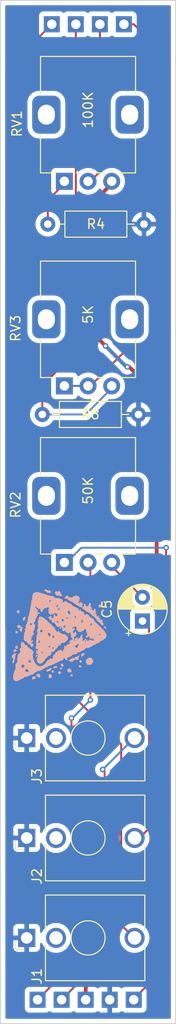
<source format=kicad_pcb>
(kicad_pcb (version 20240108) (generator "pcbnew") (generator_version "8.0")
  (layers (0 "F.Cu" signal) (31 "B.Cu" signal) (34 "B.Paste" user) (35 "F.Paste" user) (36 "B.SilkS" user "B.Silkscreen") (37 "F.SilkS" user "F.Silkscreen") (38 "B.Mask" user) (39 "F.Mask" user) (44 "Edge.Cuts" user))
  (net 0 "")
  (net 1 "GND")
  (net 2 "Net-(C5-Pad1)")
  (net 3 "Net-(C5-Pad2)")
  (net 4 "VCC")
  (net 8 "Net-(R4-Pad1)")
  (net 9 "Net-(P1F1-Pin_1)")
  (net 10 "Net-(P2F1-Pin_1)")
  (net 11 "Net-(P4F1-Pin_1)")
  (net 12 "Net-(P3F1-Pin_1)")
  (net 13 "Net-(P5F1-Pin_1)")
  (net 14 "Net-(P7F1-Pin_1)")
  (net 15 "Net-(P10F1-Pin_1)")
  (footprint "Capacitor_THT:CP_Radial_D5.0mm_P2.50mm" (layer "F.Cu") (at 154.75 100.955113 90)
    (property "Reference" "C5" (at 1.25 -3.75 90) (layer "F.SilkS"))
    (property "Value" "4.7uF")
    (pad "1" thru_hole rect (at 0 0 90) (size 1.6 1.6) (drill 0.8) (layers "*.Cu" "*.Mask") (net 2 "Net-(C5-Pad1)"))
    (pad "2" thru_hole circle (at 2.5 0 90) (size 1.6 1.6) (drill 0.8) (layers "*.Cu" "*.Mask") (net 3 "Net-(C5-Pad2)"))
  )
  (footprint "Connector_Audio:Jack_3.5mm_QingPu_WQP-PJ398SM_Vertical_CircularHoles" (layer "F.Cu") (at 142.52 134.25 90)
    (property "Reference" "J1" (at -4.03 1.08 90) (layer "F.SilkS"))
    (property "Value" "OUTPUT")
    (pad "1" thru_hole rect (at 0 0 270) (size 1.93 1.83) (drill 1.22) (layers "*.Cu" "*.Mask") (net 1 "GND"))
    (pad "2" thru_hole circle (at 0 3.1 270) (size 2.13 2.13) (drill 1.42) (layers "*.Cu" "*.Mask"))
    (pad "3" thru_hole circle (at 0 11.4 270) (size 2.13 2.13) (drill 1.43) (layers "*.Cu" "*.Mask") (net 11 "Net-(P4F1-Pin_1)"))
  )
  (footprint "Potentiometer_THT:Potentiometer_Alps_RK09K_Single_Vertical" (layer "F.Cu") (at 146.5 94.8 90)
    (property "Reference" "RV2" (at 6.05 -5.15 90) (layer "F.SilkS"))
    (property "Value" "50K" (at 7.55 2.5 90) (layer "F.SilkS"))
    (pad "1" thru_hole rect (at 0 0 90) (size 1.8 1.8) (drill 1) (layers "*.Cu" "*.Mask") (net 15 "Net-(P10F1-Pin_1)"))
    (pad "2" thru_hole circle (at 0 2.5 90) (size 1.8 1.8) (drill 1) (layers "*.Cu" "*.Mask") (net 13 "Net-(P5F1-Pin_1)"))
    (pad "3" thru_hole circle (at 0 5 90) (size 1.8 1.8) (drill 1) (layers "*.Cu" "*.Mask") (net 3 "Net-(C5-Pad2)"))
    (pad "MP" thru_hole roundrect (at 7 -1.9 90) (size 4 3) (drill oval 2.1 1.8) (layers "*.Cu" "*.Mask"))
    (pad "MP" thru_hole roundrect (at 7 6.9 90) (size 4 3) (drill oval 2.1 1.8) (layers "*.Cu" "*.Mask"))
  )
  (footprint "Potentiometer_THT:Potentiometer_Alps_RK09K_Single_Vertical" (layer "F.Cu") (at 146.5 76.25 90)
    (property "Reference" "RV3" (at 6.05 -5.15 90) (layer "F.SilkS"))
    (property "Value" "5K" (at 7.5 2.5 90) (layer "F.SilkS"))
    (pad "1" thru_hole rect (at 0 0 90) (size 1.8 1.8) (drill 1) (layers "*.Cu" "*.Mask") (net 9 "Net-(P1F1-Pin_1)"))
    (pad "2" thru_hole circle (at 0 2.5 90) (size 1.8 1.8) (drill 1) (layers "*.Cu" "*.Mask") (net 9 "Net-(P1F1-Pin_1)"))
    (pad "3" thru_hole circle (at 0 5 90) (size 1.8 1.8) (drill 1) (layers "*.Cu" "*.Mask") (net 12 "Net-(P3F1-Pin_1)"))
    (pad "MP" thru_hole roundrect (at 7 -1.9 90) (size 4 3) (drill oval 2.1 1.8) (layers "*.Cu" "*.Mask"))
    (pad "MP" thru_hole roundrect (at 7 6.9 90) (size 4 3) (drill oval 2.1 1.8) (layers "*.Cu" "*.Mask"))
  )
  (footprint "Connector_Audio:Jack_3.5mm_QingPu_WQP-PJ398SM_Vertical_CircularHoles" (layer "F.Cu") (at 142.52 123.75 90)
    (property "Reference" "J2" (at -4.03 1.08 90) (layer "F.SilkS"))
    (property "Value" "INPUT")
    (pad "1" thru_hole rect (at 0 0 270) (size 1.93 1.83) (drill 1.22) (layers "*.Cu" "*.Mask") (net 1 "GND"))
    (pad "2" thru_hole circle (at 0 3.1 270) (size 2.13 2.13) (drill 1.42) (layers "*.Cu" "*.Mask"))
    (pad "3" thru_hole circle (at 0 11.4 270) (size 2.13 2.13) (drill 1.43) (layers "*.Cu" "*.Mask") (net 2 "Net-(C5-Pad1)"))
  )
  (footprint "Connector_Audio:Jack_3.5mm_QingPu_WQP-PJ398SM_Vertical_CircularHoles" (layer "F.Cu") (at 142.52 113.25 90)
    (property "Reference" "J3" (at -4.03 1.08 90) (layer "F.SilkS"))
    (property "Value" "CV IN")
    (pad "1" thru_hole rect (at 0 0 270) (size 1.93 1.83) (drill 1.22) (layers "*.Cu" "*.Mask") (net 1 "GND"))
    (pad "2" thru_hole circle (at 0 3.1 270) (size 2.13 2.13) (drill 1.42) (layers "*.Cu" "*.Mask"))
    (pad "3" thru_hole circle (at 0 11.4 270) (size 2.13 2.13) (drill 1.43) (layers "*.Cu" "*.Mask") (net 14 "Net-(P7F1-Pin_1)"))
  )
  (footprint "Potentiometer_THT:Potentiometer_Alps_RK09K_Single_Vertical" (layer "F.Cu") (at 146.5 54.75 90)
    (property "Reference" "RV1" (at 6.05 -5 90) (layer "F.SilkS"))
    (property "Value" "100K" (at 7.5 2.5 90) (layer "F.SilkS"))
    (pad "1" thru_hole rect (at 0 0 90) (size 1.8 1.8) (drill 1) (layers "*.Cu" "*.Mask") (net 8 "Net-(R4-Pad1)"))
    (pad "2" thru_hole circle (at 0 2.5 90) (size 1.8 1.8) (drill 1) (layers "*.Cu" "*.Mask") (net 10 "Net-(P2F1-Pin_1)"))
    (pad "3" thru_hole circle (at 0 5 90) (size 1.8 1.8) (drill 1) (layers "*.Cu" "*.Mask") (net 4 "VCC"))
    (pad "MP" thru_hole roundrect (at 7 -1.9 90) (size 4 3) (drill oval 2.1 1.8) (layers "*.Cu" "*.Mask"))
    (pad "MP" thru_hole roundrect (at 7 6.9 90) (size 4 3) (drill oval 2.1 1.8) (layers "*.Cu" "*.Mask"))
  )
  (footprint "Resistor_THT:R_Axial_DIN0207_L6.3mm_D2.5mm_P10.16mm_Horizontal" (layer "F.Cu") (at 144.17 79.25)
    (property "Reference" "R8" (at 5.08 0 0) (layer "F.SilkS"))
    (property "Value" "1K")
    (pad "1" thru_hole circle (at 0 0) (size 1.6 1.6) (drill 0.8) (layers "*.Cu" "*.Mask") (net 12 "Net-(P3F1-Pin_1)"))
    (pad "2" thru_hole oval (at 10.16 0) (size 1.6 1.6) (drill 0.8) (layers "*.Cu" "*.Mask") (net 1 "GND"))
  )
  (footprint "Resistor_THT:R_Axial_DIN0207_L6.3mm_D2.5mm_P10.16mm_Horizontal" (layer "F.Cu") (at 144.75 59.25)
    (property "Reference" "R4" (at 5.08 0 0) (layer "F.SilkS"))
    (property "Value" "10K")
    (pad "1" thru_hole circle (at 0 0) (size 1.6 1.6) (drill 0.8) (layers "*.Cu" "*.Mask") (net 8 "Net-(R4-Pad1)"))
    (pad "2" thru_hole oval (at 10.16 0) (size 1.6 1.6) (drill 0.8) (layers "*.Cu" "*.Mask") (net 1 "GND"))
  )
  (footprint "SVG:DirtNacho" (layer "F.Cu") (at 145.55 104.55)
    (property "Reference" "Ref**" (hide yes))
    (property "Value" "Val**" (hide yes))
  )
  (footprint "Connector_PinSocket_2.54mm:PinSocket_1x01_P2.54mm_Vertical" (layer "B.Cu") (at 147.71 38.25 180)
    (property "Reference" "P3F1" (hide yes))
    (property "Value" "Conn_01x01_Socket" (hide yes))
    (pad "1" thru_hole rect (at 0 0 180) (size 1.7 1.7) (drill 1) (layers "*.Cu" "*.Mask") (net 12 "Net-(P3F1-Pin_1)"))
  )
  (footprint "Connector_PinSocket_2.54mm:PinSocket_1x01_P2.54mm_Vertical" (layer "B.Cu") (at 152.79 38.25 180)
    (property "Reference" "P1F1" (hide yes))
    (property "Value" "Conn_01x01_Socket" (hide yes))
    (pad "1" thru_hole rect (at 0 0 180) (size 1.7 1.7) (drill 1) (layers "*.Cu" "*.Mask") (net 9 "Net-(P1F1-Pin_1)"))
  )
  (footprint "Connector_PinSocket_2.54mm:PinSocket_1x01_P2.54mm_Vertical" (layer "B.Cu") (at 146.21 140.75 180)
    (property "Reference" "P7F1" (hide yes))
    (property "Value" "Conn_01x01_Socket" (hide yes))
    (pad "1" thru_hole rect (at 0 0 180) (size 1.7 1.7) (drill 1) (layers "*.Cu" "*.Mask") (net 14 "Net-(P7F1-Pin_1)"))
  )
  (footprint "Connector_PinSocket_2.54mm:PinSocket_1x01_P2.54mm_Vertical" (layer "B.Cu") (at 153.83 140.75 180)
    (property "Reference" "P10F1" (hide yes))
    (property "Value" "Conn_01x01_Socket" (hide yes))
    (pad "1" thru_hole rect (at 0 0 180) (size 1.7 1.7) (drill 1) (layers "*.Cu" "*.Mask") (net 15 "Net-(P10F1-Pin_1)"))
  )
  (footprint "Connector_PinSocket_2.54mm:PinSocket_1x01_P2.54mm_Vertical" (layer "B.Cu") (at 148.75 140.75 180)
    (property "Reference" "P8F1" (hide yes))
    (property "Value" "Conn_01x01_Socket" (hide yes))
    (pad "1" thru_hole rect (at 0 0 180) (size 1.7 1.7) (drill 1) (layers "*.Cu" "*.Mask") (net 4 "VCC"))
  )
  (footprint "Connector_PinSocket_2.54mm:PinSocket_1x01_P2.54mm_Vertical" (layer "B.Cu") (at 150.25 38.25 180)
    (property "Reference" "P2F1" (hide yes))
    (property "Value" "Conn_01x01_Socket" (hide yes))
    (pad "1" thru_hole rect (at 0 0 180) (size 1.7 1.7) (drill 1) (layers "*.Cu" "*.Mask") (net 10 "Net-(P2F1-Pin_1)"))
  )
  (footprint "Connector_PinSocket_2.54mm:PinSocket_1x01_P2.54mm_Vertical" (layer "B.Cu") (at 145.17 38.25 180)
    (property "Reference" "P4F1" (hide yes))
    (property "Value" "Conn_01x01_Socket" (hide yes))
    (pad "1" thru_hole rect (at 0 0 180) (size 1.7 1.7) (drill 1) (layers "*.Cu" "*.Mask") (net 11 "Net-(P4F1-Pin_1)"))
  )
  (footprint "Connector_PinSocket_2.54mm:PinSocket_1x01_P2.54mm_Vertical" (layer "B.Cu") (at 143.67 140.75 180)
    (property "Reference" "P5F1" (hide yes))
    (property "Value" "Conn_01x01_Socket" (hide yes))
    (pad "1" thru_hole rect (at 0 0 180) (size 1.7 1.7) (drill 1) (layers "*.Cu" "*.Mask") (net 13 "Net-(P5F1-Pin_1)"))
  )
  (footprint "Connector_PinSocket_2.54mm:PinSocket_1x01_P2.54mm_Vertical" (layer "B.Cu") (at 151.29 140.75 180)
    (property "Reference" "P9F1" (hide yes))
    (property "Value" "Conn_01x01_Socket" (hide yes))
    (pad "1" thru_hole rect (at 0 0 180) (size 1.7 1.7) (drill 1) (layers "*.Cu" "*.Mask") (net 1 "GND"))
  )
  (gr_line (start 139.75 143.25) (end 139.75 35.75) (stroke (width 0.1)) (layer "Edge.Cuts"))
  (gr_line (start 158.25 143.25) (end 139.75 143.25) (stroke (width 0.1)) (layer "Edge.Cuts"))
  (gr_line (start 158.25 35.75) (end 158.25 143.25) (stroke (width 0.1)) (layer "Edge.Cuts"))
  (gr_line (start 139.75 35.75) (end 158.25 35.75) (stroke (width 0.1)) (layer "Edge.Cuts"))
  (segment (start 155.45 101.655113) (end 155.45 122.735685) (width 0.2) (layer "F.Cu") (net 2))
  (segment (start 154.75 100.955113) (end 155.45 101.655113) (width 0.2) (layer "F.Cu") (net 2))
  (segment (start 155.45 122.735685) (end 153.87 124.315685) (width 0.2) (layer "F.Cu") (net 2))
  (segment (start 154.75 98.455113) (end 151.75 95.455113) (width 0.2) (layer "F.Cu") (net 3))
  (segment (start 151.75 95.455113) (end 151.75 94.8) (width 0.2) (layer "F.Cu") (net 3))
  (segment (start 153.35 74.25) (end 156.25 77.15) (width 0.4) (layer "F.Cu") (net 4))
  (segment (start 152.45 138.55) (end 156.25 134.75) (width 0.4) (layer "F.Cu") (net 4))
  (segment (start 148.75 139.417106) (end 148.75 140.75) (width 0.4) (layer "F.Cu") (net 4))
  (segment (start 156.25 77.15) (end 156.25 134.75) (width 0.4) (layer "F.Cu") (net 4))
  (segment (start 151.75 54.75) (end 147.95 58.55) (width 0.4) (layer "F.Cu") (net 4))
  (segment (start 148.75 141.25) (end 148.800402 141.25) (width 0.2) (layer "F.Cu") (net 4))
  (segment (start 152.45 138.55) (end 149.617106 138.55) (width 0.4) (layer "F.Cu") (net 4))
  (segment (start 147.95 58.55) (end 147.95 69.15) (width 0.4) (layer "F.Cu") (net 4))
  (segment (start 153.15 74.25) (end 153.35 74.25) (width 0.4) (layer "F.Cu") (net 4))
  (segment (start 147.95 69.15) (end 150.85 72.05) (width 0.4) (layer "F.Cu") (net 4))
  (segment (start 149.617106 138.55) (end 148.75 139.417106) (width 0.4) (layer "F.Cu") (net 4))
  (via (at 153.15 74.25) (size 0.6) (drill 0.3) (layers "F.Cu" "B.Cu") (net 4))
  (via (at 150.85 72.05) (size 0.6) (drill 0.3) (layers "F.Cu" "B.Cu") (net 4))
  (segment (start 153.15 74.25) (end 153.05 74.25) (width 0.4) (layer "B.Cu") (net 4))
  (segment (start 153.05 74.25) (end 150.85 72.05) (width 0.4) (layer "B.Cu") (net 4))
  (segment (start 144.75 56.75) (end 146.75 54.75) (width 0.2) (layer "F.Cu") (net 8))
  (segment (start 144.75 59.25) (end 144.75 56.75) (width 0.2) (layer "F.Cu") (net 8))
  (segment (start 153.84 38.25) (end 157.65 42.06) (width 0.2) (layer "F.Cu") (net 9))
  (segment (start 152.79 38.25) (end 153.84 38.25) (width 0.2) (layer "F.Cu") (net 9))
  (segment (start 156.352943 72.047057) (end 153.452943 72.047057) (width 0.2) (layer "F.Cu") (net 9))
  (segment (start 153.452943 72.047057) (end 149.25 76.25) (width 0.2) (layer "F.Cu") (net 9))
  (segment (start 157.65 42.06) (end 157.65 70.75) (width 0.2) (layer "F.Cu") (net 9))
  (segment (start 157.65 70.75) (end 156.352943 72.047057) (width 0.2) (layer "F.Cu") (net 9))
  (segment (start 149 76.25) (end 146.5 76.25) (width 0.2) (layer "B.Cu") (net 9))
  (segment (start 150.25 38.25) (end 150.25 53.75) (width 0.2) (layer "F.Cu") (net 10))
  (segment (start 150.25 53.75) (end 149.25 54.75) (width 0.2) (layer "F.Cu") (net 10))
  (segment (start 140.35 43.07) (end 140.35 101.75) (width 0.2) (layer "F.Cu") (net 11))
  (segment (start 140.35 101.75) (end 152.505 113.905) (width 0.2) (layer "F.Cu") (net 11))
  (segment (start 152.505 132.885) (end 153.87 134.25) (width 0.2) (layer "F.Cu") (net 11))
  (segment (start 145.17 38.25) (end 140.35 43.07) (width 0.2) (layer "F.Cu") (net 11))
  (segment (start 152.505 113.905) (end 152.505 132.885) (width 0.2) (layer "F.Cu") (net 11))
  (segment (start 146.85 73.55) (end 144.17 76.23) (width 0.2) (layer "F.Cu") (net 12))
  (segment (start 146.85 58.17) (end 146.85 73.55) (width 0.2) (layer "F.Cu") (net 12))
  (segment (start 144.17 76.23) (end 144.17 79.25) (width 0.2) (layer "F.Cu") (net 12))
  (segment (start 147.71 38.25) (end 147.95 38.49) (width 0.2) (layer "F.Cu") (net 12))
  (segment (start 147.71 38.25) (end 147.71 57.31) (width 0.2) (layer "F.Cu") (net 12))
  (segment (start 147.71 57.31) (end 146.85 58.17) (width 0.2) (layer "F.Cu") (net 12))
  (segment (start 144.17 79.25) (end 148.75 79.25) (width 0.2) (layer "B.Cu") (net 12))
  (segment (start 148.75 79.25) (end 151.75 76.25) (width 0.2) (layer "B.Cu") (net 12))
  (segment (start 147.25 111.15) (end 147.25 137.17) (width 0.2) (layer "F.Cu") (net 13))
  (segment (start 149.25 94.8) (end 149.25 109.25) (width 0.2) (layer "F.Cu") (net 13))
  (segment (start 147.25 137.17) (end 143.67 140.75) (width 0.2) (layer "F.Cu") (net 13))
  (via (at 149.25 109.25) (size 0.6) (drill 0.3) (layers "F.Cu" "B.Cu") (net 13))
  (via (at 147.25 111.15) (size 0.6) (drill 0.3) (layers "F.Cu" "B.Cu") (net 13))
  (segment (start 147.35 111.15) (end 149.25 109.25) (width 0.2) (layer "B.Cu") (net 13))
  (segment (start 147.25 111.15) (end 147.35 111.15) (width 0.2) (layer "B.Cu") (net 13))
  (segment (start 150.75 136.21) (end 146.21 140.75) (width 0.2) (layer "F.Cu") (net 14))
  (segment (start 150.75 116.75) (end 150.75 136.21) (width 0.2) (layer "F.Cu") (net 14))
  (segment (start 150.55 116.55) (end 150.75 116.75) (width 0.2) (layer "F.Cu") (net 14))
  (via (at 150.55 116.55) (size 0.6) (drill 0.3) (layers "F.Cu" "B.Cu") (net 14))
  (segment (start 150.57 116.55) (end 153.87 113.25) (width 0.2) (layer "B.Cu") (net 14))
  (segment (start 150.55 116.55) (end 150.57 116.55) (width 0.2) (layer "B.Cu") (net 14))
  (segment (start 153.83 140.67) (end 157.25 137.25) (width 0.2) (layer "F.Cu") (net 15))
  (segment (start 157.25 137.25) (end 157.25 93.25) (width 0.2) (layer "F.Cu") (net 15))
  (segment (start 153.83 141.25) (end 153.83 140.67) (width 0.2) (layer "F.Cu") (net 15))
  (via (at 157.25 93.25) (size 0.6) (drill 0.3) (layers "F.Cu" "B.Cu") (net 15))
  (segment (start 148.3 93.25) (end 146.75 94.8) (width 0.2) (layer "B.Cu") (net 15))
  (segment (start 157.25 93.25) (end 148.3 93.25) (width 0.2) (layer "B.Cu") (net 15))
  (zone (net 1) (net_name "GND") (layer "B.Cu") (connect_pads (clearance 0.5)) (min_thickness 0.25) (fill yes (thermal_gap 0.5) (thermal_bridge_width 0.5))
    (polygon (pts (xy 140.270654 143.084728) (xy 140.25 36.25) (xy 157.75 36.25) (xy 157.770654 143.084728)))
  )
)
</source>
